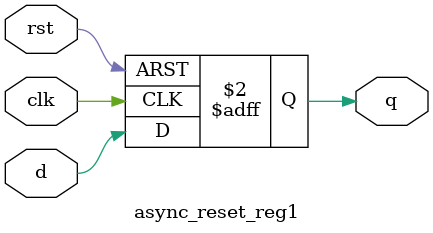
<source format=v>

module async_reset_reg0 (
    input d,
    input clk,
    input rst,
    output reg q
);

    always @(posedge clk or posedge rst) begin
        if (rst)
            q <= 1'b0;
        else
            q <= d;
    end

endmodule

module async_reset_reg1 (
    input d,
    input clk,
    input rst,
    output reg q
);

    always @(posedge clk or posedge rst) begin
        if (rst)
            q <= 1'b1;
        else
            q <= d;
    end

endmodule

</source>
